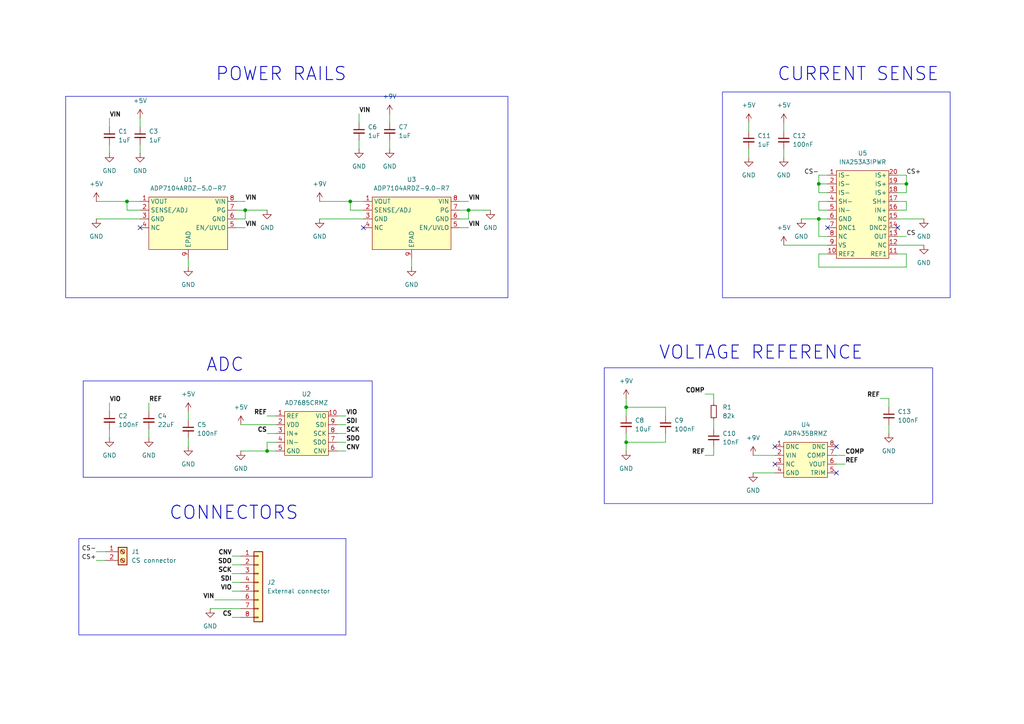
<source format=kicad_sch>
(kicad_sch (version 20231120) (generator "eeschema") (generator_version "8.0")
  (paper "A4")
  (lib_symbols
    (symbol "0_servo:AD7685CRMZ"
      (property "Reference" "U" (at -0.254 11.684 0))
      (property "Value" "AD7685CRMZ" (at 0 8.89 0))
      (symbol "AD7685CRMZ_1_1"
        (rectangle (start -6.35 6.35) (end 6.35 -6.35) (fill (type background)))
        (pin input line (at -8.89 5.08 0) (length 2.54) (name "REF") (number "1"))
        (pin power_in line (at 8.89 5.08 180) (length 2.54) (name "VIO") (number "10"))
        (pin power_in line (at -8.89 2.54 0) (length 2.54) (name "VDD") (number "2"))
        (pin input line (at -8.89 0 0) (length 2.54) (name "IN+") (number "3"))
        (pin input line (at -8.89 -2.54 0) (length 2.54) (name "IN-") (number "4"))
        (pin power_in line (at -8.89 -5.08 0) (length 2.54) (name "GND") (number "5"))
        (pin input line (at 8.89 -5.08 180) (length 2.54) (name "CNV") (number "6"))
        (pin output line (at 8.89 -2.54 180) (length 2.54) (name "SDO") (number "7"))
        (pin input line (at 8.89 0 180) (length 2.54) (name "SCK") (number "8"))
        (pin input line (at 8.89 2.54 180) (length 2.54) (name "SDI") (number "9"))
      )
    )
    (symbol "0_servo:ADP7104ARDZ-5.0-R7"
      (property "Reference" "U" (at 0 13.462 0))
      (property "Value" "ADP7104ARDZ-5.0-R7" (at -0.508 10.922 0))
      (symbol "ADP7104ARDZ-5.0-R7_1_1"
        (rectangle (start -11.43 5.08) (end 11.43 -10.16) (fill (type background)))
        (pin power_out line (at -13.97 3.81 0) (length 2.54) (name "VOUT") (number "1"))
        (pin input line (at -13.97 1.27 0) (length 2.54) (name "SENSE/ADJ") (number "2"))
        (pin power_in line (at -13.97 -1.27 0) (length 2.54) (name "GND") (number "3"))
        (pin input line (at -13.97 -3.81 0) (length 2.54) (name "NC") (number "4"))
        (pin input line (at 13.97 -3.81 180) (length 2.54) (name "EN/UVLO") (number "5"))
        (pin power_in line (at 13.97 -1.27 180) (length 2.54) (name "GND") (number "6"))
        (pin output line (at 13.97 1.27 180) (length 2.54) (name "PG") (number "7"))
        (pin power_in line (at 13.97 3.81 180) (length 2.54) (name "VIN") (number "8"))
        (pin power_in line (at 0 -12.7 90) (length 2.54) (name "EPAD") (number "9"))
      )
    )
    (symbol "0_servo:ADP7104ARDZ-9.0-R7"
      (property "Reference" "U" (at 0 17.526 0))
      (property "Value" "ADP7104ARDZ-9.0-R7" (at 0 14.732 0))
      (symbol "ADP7104ARDZ-9.0-R7_1_1"
        (rectangle (start -11.43 6.35) (end 11.43 -8.89) (fill (type background)))
        (pin power_out line (at -13.97 5.08 0) (length 2.54) (name "VOUT") (number "1"))
        (pin input line (at -13.97 2.54 0) (length 2.54) (name "SENSE/ADJ") (number "2"))
        (pin power_in line (at -13.97 0 0) (length 2.54) (name "GND") (number "3"))
        (pin input line (at -13.97 -2.54 0) (length 2.54) (name "NC") (number "4"))
        (pin input line (at 13.97 -2.54 180) (length 2.54) (name "EN/UVLO") (number "5"))
        (pin power_in line (at 13.97 0 180) (length 2.54) (name "GND") (number "6"))
        (pin output line (at 13.97 2.54 180) (length 2.54) (name "PG") (number "7"))
        (pin power_in line (at 13.97 5.08 180) (length 2.54) (name "VIN") (number "8"))
        (pin power_in line (at 0 -11.43 90) (length 2.54) (name "EPAD") (number "9"))
      )
    )
    (symbol "0_servo:ADR435BRMZ"
      (property "Reference" "U" (at 0 10.16 0))
      (property "Value" "ADR435BRMZ" (at 0 7.62 0))
      (symbol "ADR435BRMZ_1_1"
        (rectangle (start -6.35 5.08) (end 6.35 -5.08) (fill (type background)))
        (pin input line (at -8.89 3.81 0) (length 2.54) (name "DNC") (number "1"))
        (pin power_in line (at -8.89 1.27 0) (length 2.54) (name "VIN") (number "2"))
        (pin input line (at -8.89 -1.27 0) (length 2.54) (name "NC") (number "3"))
        (pin power_in line (at -8.89 -3.81 0) (length 2.54) (name "GND") (number "4"))
        (pin input line (at 8.89 -3.81 180) (length 2.54) (name "TRIM") (number "5"))
        (pin output line (at 8.89 -1.27 180) (length 2.54) (name "VOUT") (number "6"))
        (pin input line (at 8.89 1.27 180) (length 2.54) (name "COMP") (number "7"))
        (pin input line (at 8.89 3.81 180) (length 2.54) (name "DNC") (number "8"))
      )
    )
    (symbol "0_servo:INA253A3IPWR"
      (property "Reference" "U" (at 0 17.78 0))
      (property "Value" "INA253A3IPWR" (at 0 14.986 0))
      (symbol "INA253A3IPWR_1_1"
        (rectangle (start -7.62 12.7) (end 7.62 -12.7) (fill (type background)))
        (pin input line (at -10.16 11.43 0) (length 2.54) (name "IS-") (number "1"))
        (pin input line (at -10.16 -11.43 0) (length 2.54) (name "REF2") (number "10"))
        (pin input line (at 10.16 -11.43 180) (length 2.54) (name "REF1") (number "11"))
        (pin input line (at 10.16 -8.89 180) (length 2.54) (name "NC") (number "12"))
        (pin output line (at 10.16 -6.35 180) (length 2.54) (name "OUT") (number "13"))
        (pin input line (at 10.16 -3.81 180) (length 2.54) (name "DNC2") (number "14"))
        (pin input line (at 10.16 -1.27 180) (length 2.54) (name "NC") (number "15"))
        (pin input line (at 10.16 1.27 180) (length 2.54) (name "IN+") (number "16"))
        (pin output line (at 10.16 3.81 180) (length 2.54) (name "SH+") (number "17"))
        (pin input line (at 10.16 6.35 180) (length 2.54) (name "IS+") (number "18"))
        (pin input line (at 10.16 8.89 180) (length 2.54) (name "IS+") (number "19"))
        (pin input line (at -10.16 8.89 0) (length 2.54) (name "IS-") (number "2"))
        (pin input line (at 10.16 11.43 180) (length 2.54) (name "IS+") (number "20"))
        (pin input line (at -10.16 6.35 0) (length 2.54) (name "IS-") (number "3"))
        (pin output line (at -10.16 3.81 0) (length 2.54) (name "SH-") (number "4"))
        (pin input line (at -10.16 1.27 0) (length 2.54) (name "IN-") (number "5"))
        (pin power_in line (at -10.16 -1.27 0) (length 2.54) (name "GND") (number "6"))
        (pin input line (at -10.16 -3.81 0) (length 2.54) (name "DNC1") (number "7"))
        (pin input line (at -10.16 -6.35 0) (length 2.54) (name "NC") (number "8"))
        (pin power_in line (at -10.16 -8.89 0) (length 2.54) (name "VS") (number "9"))
      )
    )
    (symbol "Connector:Screw_Terminal_01x02" (pin_names (offset 1.016) hide)
      (property "Reference" "J" (at 0 2.54 0))
      (property "Value" "Screw_Terminal_01x02" (at 0 -5.08 0))
      (symbol "Screw_Terminal_01x02_1_1"
        (rectangle (start -1.27 1.27) (end 1.27 -3.81) (stroke (width 0.254)) (fill (type background)))
        (circle (center 0 -2.54) (radius 0.635) (stroke (width 0.1524)))
        (polyline (pts (xy -0.5334 -2.2098) (xy 0.3302 -3.048)) (stroke (width 0.1524)))
        (polyline (pts (xy -0.5334 0.3302) (xy 0.3302 -0.508)) (stroke (width 0.1524)))
        (polyline (pts (xy -0.3556 -2.032) (xy 0.508 -2.8702)) (stroke (width 0.1524)))
        (polyline (pts (xy -0.3556 0.508) (xy 0.508 -0.3302)) (stroke (width 0.1524)))
        (circle (center 0 0) (radius 0.635) (stroke (width 0.1524)))
        (pin passive line (at -5.08 0 0) (length 3.81) (name "Pin_1") (number "1"))
        (pin passive line (at -5.08 -2.54 0) (length 3.81) (name "Pin_2") (number "2"))
      )
    )
    (symbol "Connector_Generic:Conn_01x08" (pin_names (offset 1.016) hide)
      (property "Reference" "J" (at 0 10.16 0))
      (property "Value" "Conn_01x08" (at 0 -12.7 0))
      (symbol "Conn_01x08_1_1"
        (rectangle (start -1.27 -10.033) (end 0 -10.287) (stroke (width 0.1524)))
        (rectangle (start -1.27 -7.493) (end 0 -7.747) (stroke (width 0.1524)))
        (rectangle (start -1.27 -4.953) (end 0 -5.207) (stroke (width 0.1524)))
        (rectangle (start -1.27 -2.413) (end 0 -2.667) (stroke (width 0.1524)))
        (rectangle (start -1.27 0.127) (end 0 -0.127) (stroke (width 0.1524)))
        (rectangle (start -1.27 2.667) (end 0 2.413) (stroke (width 0.1524)))
        (rectangle (start -1.27 5.207) (end 0 4.953) (stroke (width 0.1524)))
        (rectangle (start -1.27 7.747) (end 0 7.493) (stroke (width 0.1524)))
        (rectangle (start -1.27 8.89) (end 1.27 -11.43) (stroke (width 0.254)) (fill (type background)))
        (pin passive line (at -5.08 7.62 0) (length 3.81) (name "Pin_1") (number "1"))
        (pin passive line (at -5.08 5.08 0) (length 3.81) (name "Pin_2") (number "2"))
        (pin passive line (at -5.08 2.54 0) (length 3.81) (name "Pin_3") (number "3"))
        (pin passive line (at -5.08 0 0) (length 3.81) (name "Pin_4") (number "4"))
        (pin passive line (at -5.08 -2.54 0) (length 3.81) (name "Pin_5") (number "5"))
        (pin passive line (at -5.08 -5.08 0) (length 3.81) (name "Pin_6") (number "6"))
        (pin passive line (at -5.08 -7.62 0) (length 3.81) (name "Pin_7") (number "7"))
        (pin passive line (at -5.08 -10.16 0) (length 3.81) (name "Pin_8") (number "8"))
      )
    )
    (symbol "Device:C_Small" (pin_numbers hide) (pin_names (offset 0.254) hide)
      (property "Reference" "C" (at 0.254 1.778 0))
      (property "Value" "C_Small" (at 0.254 -2.032 0))
      (symbol "C_Small_0_1"
        (polyline (pts (xy -1.524 -0.508) (xy 1.524 -0.508)) (stroke (width 0.3302)))
        (polyline (pts (xy -1.524 0.508) (xy 1.524 0.508)) (stroke (width 0.3048)))
      )
      (symbol "C_Small_1_1"
        (pin passive line (at 0 2.54 270) (length 2.032) (name "~") (number "1"))
        (pin passive line (at 0 -2.54 90) (length 2.032) (name "~") (number "2"))
      )
    )
    (symbol "Device:R_Small" (pin_numbers hide) (pin_names (offset 0.254) hide)
      (property "Reference" "R" (at 0.762 0.508 0))
      (property "Value" "R_Small" (at 0.762 -1.016 0))
      (symbol "R_Small_0_1"
        (rectangle (start -0.762 1.778) (end 0.762 -1.778) (stroke (width 0.2032)))
      )
      (symbol "R_Small_1_1"
        (pin passive line (at 0 2.54 270) (length 0.762) (name "~") (number "1"))
        (pin passive line (at 0 -2.54 90) (length 0.762) (name "~") (number "2"))
      )
    )
    (symbol "power:+5V" (power) (pin_numbers hide) (pin_names (offset 0) hide)
      (property "Value" "+5V" (at 0 3.556 0))
      (symbol "+5V_0_1"
        (polyline (pts (xy -0.762 1.27) (xy 0 2.54)))
        (polyline (pts (xy 0 0) (xy 0 2.54)))
        (polyline (pts (xy 0 2.54) (xy 0.762 1.27)))
      )
      (symbol "+5V_1_1"
        (pin power_in line (at 0 0 90) (length 0) (name "~") (number "1"))
      )
    )
    (symbol "power:+9V" (power) (pin_numbers hide) (pin_names (offset 0) hide)
      (property "Value" "+9V" (at 0 3.556 0))
      (symbol "+9V_0_1"
        (polyline (pts (xy -0.762 1.27) (xy 0 2.54)))
        (polyline (pts (xy 0 0) (xy 0 2.54)))
        (polyline (pts (xy 0 2.54) (xy 0.762 1.27)))
      )
      (symbol "+9V_1_1"
        (pin power_in line (at 0 0 90) (length 0) (name "~") (number "1"))
      )
    )
    (symbol "power:GND" (power) (pin_numbers hide) (pin_names (offset 0) hide)
      (property "Value" "GND" (at 0 -3.81 0))
      (symbol "GND_0_1"
        (polyline (pts (xy 0 0) (xy 0 -1.27) (xy 1.27 -1.27) (xy 0 -2.54) (xy -1.27 -1.27) (xy 0 -1.27)))
      )
      (symbol "GND_1_1"
        (pin power_in line (at 0 0 270) (length 0) (name "~") (number "1"))
      )
    )
  )
  (junction (at 71.12 60.96))
  (junction (at 77.47 130.81))
  (junction (at 262.89 53.34))
  (junction (at 237.49 53.34))
  (junction (at 181.61 128.27))
  (junction (at 101.6 58.42))
  (junction (at 237.49 63.5))
  (junction (at 135.89 60.96))
  (junction (at 36.83 58.42))
  (junction (at 181.61 118.11))
  (no_connect (at 260.35 66.04))
  (no_connect (at 240.03 66.04))
  (no_connect (at 40.64 66.04))
  (no_connect (at 105.41 66.04))
  (no_connect (at 242.57 137.16))
  (no_connect (at 224.79 134.62))
  (no_connect (at 224.79 129.54))
  (no_connect (at 242.57 129.54))
  (wire (pts (xy 113.03 40.64) (xy 113.03 43.18)))
  (wire (pts (xy 237.49 63.5) (xy 240.03 63.5)))
  (wire (pts (xy 77.47 128.27) (xy 77.47 130.81)))
  (wire (pts (xy 227.33 43.18) (xy 227.33 45.72)))
  (wire (pts (xy 181.61 115.57) (xy 181.61 118.11)))
  (wire (pts (xy 60.96 176.53) (xy 69.85 176.53)))
  (wire (pts (xy 43.18 124.46) (xy 43.18 127)))
  (wire (pts (xy 69.85 130.81) (xy 77.47 130.81)))
  (wire (pts (xy 257.81 115.57) (xy 257.81 118.11)))
  (wire (pts (xy 181.61 125.73) (xy 181.61 128.27)))
  (wire (pts (xy 237.49 60.96) (xy 240.03 60.96)))
  (wire (pts (xy 43.18 116.84) (xy 43.18 119.38)))
  (wire (pts (xy 135.89 60.96) (xy 142.24 60.96)))
  (wire (pts (xy 181.61 128.27) (xy 181.61 130.81)))
  (wire (pts (xy 104.14 33.02) (xy 104.14 35.56)))
  (wire (pts (xy 193.04 120.65) (xy 193.04 118.11)))
  (wire (pts (xy 113.03 33.02) (xy 113.03 35.56)))
  (wire (pts (xy 67.31 163.83) (xy 69.85 163.83)))
  (wire (pts (xy 101.6 58.42) (xy 105.41 58.42)))
  (wire (pts (xy 218.44 132.08) (xy 224.79 132.08)))
  (wire (pts (xy 101.6 60.96) (xy 101.6 58.42)))
  (wire (pts (xy 207.01 121.92) (xy 207.01 124.46)))
  (wire (pts (xy 207.01 129.54) (xy 207.01 132.08)))
  (wire (pts (xy 133.35 60.96) (xy 135.89 60.96)))
  (wire (pts (xy 92.71 63.5) (xy 105.41 63.5)))
  (wire (pts (xy 71.12 60.96) (xy 77.47 60.96)))
  (wire (pts (xy 71.12 63.5) (xy 71.12 60.96)))
  (wire (pts (xy 237.49 55.88) (xy 237.49 53.34)))
  (wire (pts (xy 97.79 128.27) (xy 100.33 128.27)))
  (wire (pts (xy 207.01 114.3) (xy 207.01 116.84)))
  (wire (pts (xy 97.79 123.19) (xy 100.33 123.19)))
  (wire (pts (xy 77.47 130.81) (xy 80.01 130.81)))
  (wire (pts (xy 101.6 60.96) (xy 105.41 60.96)))
  (wire (pts (xy 237.49 73.66) (xy 237.49 77.47)))
  (wire (pts (xy 260.35 55.88) (xy 262.89 55.88)))
  (wire (pts (xy 237.49 50.8) (xy 237.49 53.34)))
  (wire (pts (xy 77.47 120.65) (xy 80.01 120.65)))
  (wire (pts (xy 193.04 125.73) (xy 193.04 128.27)))
  (wire (pts (xy 240.03 55.88) (xy 237.49 55.88)))
  (wire (pts (xy 242.57 132.08) (xy 245.11 132.08)))
  (wire (pts (xy 260.35 50.8) (xy 262.89 50.8)))
  (wire (pts (xy 68.58 58.42) (xy 71.12 58.42)))
  (wire (pts (xy 54.61 74.93) (xy 54.61 77.47)))
  (wire (pts (xy 217.17 35.56) (xy 217.17 38.1)))
  (wire (pts (xy 262.89 73.66) (xy 260.35 73.66)))
  (wire (pts (xy 62.23 173.99) (xy 69.85 173.99)))
  (wire (pts (xy 67.31 179.07) (xy 69.85 179.07)))
  (wire (pts (xy 260.35 71.12) (xy 267.97 71.12)))
  (wire (pts (xy 217.17 43.18) (xy 217.17 45.72)))
  (wire (pts (xy 97.79 125.73) (xy 100.33 125.73)))
  (wire (pts (xy 133.35 66.04) (xy 135.89 66.04)))
  (wire (pts (xy 262.89 53.34) (xy 262.89 50.8)))
  (wire (pts (xy 77.47 125.73) (xy 80.01 125.73)))
  (wire (pts (xy 232.41 63.5) (xy 237.49 63.5)))
  (wire (pts (xy 68.58 66.04) (xy 71.12 66.04)))
  (wire (pts (xy 193.04 118.11) (xy 181.61 118.11)))
  (wire (pts (xy 227.33 71.12) (xy 240.03 71.12)))
  (wire (pts (xy 104.14 40.64) (xy 104.14 43.18)))
  (wire (pts (xy 69.85 123.19) (xy 80.01 123.19)))
  (wire (pts (xy 262.89 77.47) (xy 262.89 73.66)))
  (wire (pts (xy 237.49 58.42) (xy 237.49 60.96)))
  (wire (pts (xy 257.81 123.19) (xy 257.81 125.73)))
  (wire (pts (xy 237.49 68.58) (xy 237.49 63.5)))
  (wire (pts (xy 204.47 114.3) (xy 207.01 114.3)))
  (wire (pts (xy 30.48 162.56) (xy 27.94 162.56)))
  (wire (pts (xy 40.64 34.29) (xy 40.64 36.83)))
  (wire (pts (xy 67.31 161.29) (xy 69.85 161.29)))
  (wire (pts (xy 40.64 41.91) (xy 40.64 44.45)))
  (wire (pts (xy 97.79 120.65) (xy 100.33 120.65)))
  (wire (pts (xy 97.79 130.81) (xy 100.33 130.81)))
  (wire (pts (xy 135.89 63.5) (xy 135.89 60.96)))
  (wire (pts (xy 36.83 58.42) (xy 40.64 58.42)))
  (wire (pts (xy 31.75 124.46) (xy 31.75 127)))
  (wire (pts (xy 255.27 115.57) (xy 257.81 115.57)))
  (wire (pts (xy 54.61 127) (xy 54.61 129.54)))
  (wire (pts (xy 240.03 73.66) (xy 237.49 73.66)))
  (wire (pts (xy 242.57 134.62) (xy 245.11 134.62)))
  (wire (pts (xy 31.75 41.91) (xy 31.75 44.45)))
  (wire (pts (xy 181.61 128.27) (xy 193.04 128.27)))
  (wire (pts (xy 31.75 116.84) (xy 31.75 119.38)))
  (wire (pts (xy 260.35 58.42) (xy 262.89 58.42)))
  (wire (pts (xy 68.58 63.5) (xy 71.12 63.5)))
  (wire (pts (xy 204.47 132.08) (xy 207.01 132.08)))
  (wire (pts (xy 133.35 58.42) (xy 135.89 58.42)))
  (wire (pts (xy 119.38 74.93) (xy 119.38 77.47)))
  (wire (pts (xy 36.83 60.96) (xy 40.64 60.96)))
  (wire (pts (xy 27.94 63.5) (xy 40.64 63.5)))
  (wire (pts (xy 227.33 35.56) (xy 227.33 38.1)))
  (wire (pts (xy 67.31 168.91) (xy 69.85 168.91)))
  (wire (pts (xy 260.35 68.58) (xy 262.89 68.58)))
  (wire (pts (xy 67.31 166.37) (xy 69.85 166.37)))
  (wire (pts (xy 240.03 68.58) (xy 237.49 68.58)))
  (wire (pts (xy 54.61 119.38) (xy 54.61 121.92)))
  (wire (pts (xy 133.35 63.5) (xy 135.89 63.5)))
  (wire (pts (xy 260.35 60.96) (xy 262.89 60.96)))
  (wire (pts (xy 218.44 137.16) (xy 224.79 137.16)))
  (wire (pts (xy 262.89 55.88) (xy 262.89 53.34)))
  (wire (pts (xy 27.94 160.02) (xy 30.48 160.02)))
  (wire (pts (xy 262.89 58.42) (xy 262.89 60.96)))
  (wire (pts (xy 36.83 60.96) (xy 36.83 58.42)))
  (wire (pts (xy 260.35 63.5) (xy 267.97 63.5)))
  (wire (pts (xy 260.35 53.34) (xy 262.89 53.34)))
  (wire (pts (xy 31.75 34.29) (xy 31.75 36.83)))
  (wire (pts (xy 240.03 58.42) (xy 237.49 58.42)))
  (wire (pts (xy 237.49 77.47) (xy 262.89 77.47)))
  (wire (pts (xy 237.49 53.34) (xy 240.03 53.34)))
  (wire (pts (xy 68.58 60.96) (xy 71.12 60.96)))
  (wire (pts (xy 181.61 118.11) (xy 181.61 120.65)))
  (wire (pts (xy 67.31 171.45) (xy 69.85 171.45)))
  (wire (pts (xy 80.01 128.27) (xy 77.47 128.27)))
  (wire (pts (xy 27.94 58.42) (xy 36.83 58.42)))
  (wire (pts (xy 92.71 58.42) (xy 101.6 58.42)))
  (wire (pts (xy 237.49 50.8) (xy 240.03 50.8)))
  (rectangle (start 209.55 26.67) (end 275.59 86.36))
  (rectangle (start 22.86 156.21) (end 100.33 184.15))
  (rectangle (start 24.13 110.49) (end 107.95 138.43))
  (rectangle (start 19.05 27.94) (end 147.32 86.36))
  (rectangle (start 175.26 106.68) (end 270.51 146.05))
  (text "CURRENT SENSE" (at 248.92 21.59 0) (effects (font (size 3.81 3.81) (thickness 0.254) (bold yes))))
  (text "POWER RAILS" (at 81.534 21.59 0) (effects (font (size 3.81 3.81) (thickness 0.254) (bold yes))))
  (text "CONNECTORS" (at 67.818 148.844 0) (effects (font (size 3.81 3.81) (thickness 0.254) (bold yes))))
  (text "ADC" (at 65.278 105.918 0) (effects (font (size 3.81 3.81) (thickness 0.254) (bold yes))))
  (text "VOLTAGE REFERENCE" (at 220.726 102.362 0) (effects (font (size 3.81 3.81) (thickness 0.254) (bold yes))))
  (label "SCK" (at 67.31 166.37 180) (effects (font (thickness 0.254) (bold yes))))
  (label "REF" (at 245.11 134.62 0) (effects (font (thickness 0.254) (bold yes))))
  (label "CS" (at 67.31 179.07 180) (effects (font (thickness 0.254) (bold yes))))
  (label "CS" (at 262.89 68.58 0))
  (label "VIN" (at 62.23 173.99 180) (effects (font (thickness 0.254) (bold yes))))
  (label "CNV" (at 100.33 130.81 0) (effects (font (thickness 0.254) (bold yes))))
  (label "SDO" (at 100.33 128.27 0) (effects (font (thickness 0.254) (bold yes))))
  (label "VIN" (at 104.14 33.02 0) (effects (font (thickness 0.254) (bold yes))))
  (label "VIO" (at 67.31 171.45 180) (effects (font (thickness 0.254) (bold yes))))
  (label "COMP" (at 204.47 114.3 180) (effects (font (thickness 0.254) (bold yes))))
  (label "CS" (at 77.47 125.73 180) (effects (font (thickness 0.254) (bold yes))))
  (label "REF" (at 255.27 115.57 180) (effects (font (thickness 0.254) (bold yes))))
  (label "REF" (at 204.47 132.08 180) (effects (font (thickness 0.254) (bold yes))))
  (label "VIN" (at 135.89 58.42 0) (effects (font (thickness 0.254) (bold yes))))
  (label "REF" (at 77.47 120.65 180) (effects (font (thickness 0.254) (bold yes))))
  (label "CS+" (at 262.89 50.8 0))
  (label "REF" (at 43.18 116.84 0) (effects (font (thickness 0.254) (bold yes))))
  (label "SCK" (at 100.33 125.73 0) (effects (font (thickness 0.254) (bold yes))))
  (label "VIN" (at 31.75 34.29 0) (effects (font (thickness 0.254) (bold yes))))
  (label "VIO" (at 100.33 120.65 0) (effects (font (thickness 0.254) (bold yes))))
  (label "VIN" (at 71.12 66.04 0) (effects (font (thickness 0.254) (bold yes))))
  (label "CS-" (at 237.49 50.8 180))
  (label "SDI" (at 100.33 123.19 0) (effects (font (thickness 0.254) (bold yes))))
  (label "CS-" (at 27.94 160.02 180))
  (label "VIN" (at 71.12 58.42 0) (effects (font (thickness 0.254) (bold yes))))
  (label "CS+" (at 27.94 162.56 180))
  (label "SDI" (at 67.31 168.91 180) (effects (font (thickness 0.254) (bold yes))))
  (label "SDO" (at 67.31 163.83 180) (effects (font (thickness 0.254) (bold yes))))
  (label "CNV" (at 67.31 161.29 180) (effects (font (thickness 0.254) (bold yes))))
  (label "COMP" (at 245.11 132.08 0) (effects (font (thickness 0.254) (bold yes))))
  (label "VIN" (at 135.89 66.04 0) (effects (font (thickness 0.254) (bold yes))))
  (label "VIO" (at 31.75 116.84 0) (effects (font (thickness 0.254) (bold yes))))
  (symbol (lib_id "Device:C_Small") (at 31.75 39.37 0) (unit 1)
    (property "Reference" "C1" (at 34.29 38.1062 0) (effects (justify left)))
    (property "Value" "1uF" (at 34.29 40.6462 0) (effects (justify left)))
    (property "Footprint" "Capacitor_SMD:C_1206_3216Metric_Pad1.33x1.80mm_HandSolder" (effects (hide yes)))
    (property "Datasheet" "https://eu.mouser.com/datasheet/2/281/1/GCM31MR71H105JA55_01A-3146123.pdf" (effects (hide yes)))
    (property "Description" "Murata 1206 1uF 5% 50V X7R" (effects (hide yes)))
  )
  (symbol (lib_id "power:GND") (at 104.14 43.18 0) (unit 1)
    (property "Reference" "#PWR017" (effects (hide yes)))
    (property "Value" "GND" (at 104.14 48.26 0))
    (property "Description" "Power symbol creates a global label with name \"GND\" , ground" (effects (hide yes)))
  )
  (symbol (lib_id "Connector:Screw_Terminal_01x02") (at 35.56 160.02 0) (unit 1)
    (property "Reference" "J1" (at 38.1 160.0199 0) (effects (justify left)))
    (property "Value" "CS connector" (at 38.1 162.5599 0) (effects (justify left)))
    (property "Footprint" "Connector_PinHeader_2.54mm:PinHeader_1x02_P2.54mm_Vertical" (effects (hide yes)))
    (property "Description" "Generic screw terminal, single row, 01x02, script generated (kicad-library-utils/schlib/autogen/connector/)" (effects (hide yes)))
  )
  (symbol (lib_id "0_servo:INA253A3IPWR") (at 250.19 62.23 0) (unit 1)
    (property "Reference" "U5" (at 250.19 44.45 0))
    (property "Value" "INA253A3IPWR" (at 250.19 46.99 0))
    (property "Footprint" "Package_SO:TSSOP-20_4.4x6.5mm_P0.65mm" (effects (hide yes)))
    (property "Datasheet" "https://www.ti.com/lit/ds/symlink/ina253.pdf?ts=1737241501672&ref_url=https%253A%252F%252Fwww.ti.com%252Fproduct%252FINA253" (effects (hide yes)))
    (property "Description" "Current sense amplifier" (effects (hide yes)))
  )
  (symbol (lib_id "power:+5V") (at 40.64 34.29 0) (unit 1)
    (property "Reference" "#PWR05" (effects (hide yes)))
    (property "Value" "+5V" (at 40.64 29.21 0))
    (property "Description" "Power symbol creates a global label with name \"+5V\"" (effects (hide yes)))
  )
  (symbol (lib_id "Device:C_Small") (at 104.14 38.1 0) (unit 1)
    (property "Reference" "C6" (at 106.68 36.8362 0) (effects (justify left)))
    (property "Value" "1uF" (at 106.68 39.3762 0) (effects (justify left)))
    (property "Footprint" "Capacitor_SMD:C_1206_3216Metric_Pad1.33x1.80mm_HandSolder" (effects (hide yes)))
    (property "Datasheet" "https://eu.mouser.com/datasheet/2/281/1/GCM31MR71H105JA55_01A-3146123.pdf" (effects (hide yes)))
    (property "Description" "Murata 1206 1uF 5% 50V X7R" (effects (hide yes)))
  )
  (symbol (lib_id "Device:C_Small") (at 257.81 120.65 0) (unit 1)
    (property "Reference" "C13" (at 260.35 119.3862 0) (effects (justify left)))
    (property "Value" "100nF" (at 260.35 121.9262 0) (effects (justify left)))
    (property "Footprint" "Capacitor_SMD:C_0805_2012Metric_Pad1.18x1.45mm_HandSolder" (effects (hide yes)))
    (property "Datasheet" "https://eu.mouser.com/datasheet/2/281/1/GCM21BR71E104JA37_01A-3145563.pdf" (effects (hide yes)))
    (property "Description" "Murata 0805 100nF 5% 25V X7R" (effects (hide yes)))
  )
  (symbol (lib_id "Device:C_Small") (at 40.64 39.37 0) (unit 1)
    (property "Reference" "C3" (at 43.18 38.1062 0) (effects (justify left)))
    (property "Value" "1uF" (at 43.18 40.6462 0) (effects (justify left)))
    (property "Footprint" "Capacitor_SMD:C_1206_3216Metric_Pad1.33x1.80mm_HandSolder" (effects (hide yes)))
    (property "Datasheet" "https://eu.mouser.com/datasheet/2/281/1/GCM31MR71H105JA55_01A-3146123.pdf" (effects (hide yes)))
    (property "Description" "Murata 1206 1uF 5% 50V X7R" (effects (hide yes)))
  )
  (symbol (lib_id "power:GND") (at 181.61 130.81 0) (unit 1)
    (property "Reference" "#PWR023" (effects (hide yes)))
    (property "Value" "GND" (at 181.61 135.89 0))
    (property "Description" "Power symbol creates a global label with name \"GND\" , ground" (effects (hide yes)))
  )
  (symbol (lib_id "power:GND") (at 77.47 60.96 0) (unit 1)
    (property "Reference" "#PWR014" (effects (hide yes)))
    (property "Value" "GND" (at 77.47 66.04 0))
    (property "Description" "Power symbol creates a global label with name \"GND\" , ground" (effects (hide yes)))
  )
  (symbol (lib_id "0_servo:AD7685CRMZ") (at 88.9 125.73 0) (unit 1)
    (property "Reference" "U2" (at 88.9 114.3 0))
    (property "Value" "AD7685CRMZ" (at 88.9 116.84 0))
    (property "Footprint" "Package_SO:MSOP-10_3x3mm_P0.5mm" (effects (hide yes)))
    (property "Datasheet" "https://www.analog.com/media/en/technical-documentation/data-sheets/AD7685.pdf" (effects (hide yes)))
    (property "Description" "16 bit single channel single ended ADC" (effects (hide yes)))
  )
  (symbol (lib_id "power:GND") (at 217.17 45.72 0) (unit 1)
    (property "Reference" "#PWR025" (effects (hide yes)))
    (property "Value" "GND" (at 217.17 50.8 0))
    (property "Description" "Power symbol creates a global label with name \"GND\" , ground" (effects (hide yes)))
  )
  (symbol (lib_id "power:GND") (at 267.97 71.12 0) (unit 1)
    (property "Reference" "#PWR034" (effects (hide yes)))
    (property "Value" "GND" (at 267.97 76.2 0))
    (property "Description" "Power symbol creates a global label with name \"GND\" , ground" (effects (hide yes)))
  )
  (symbol (lib_id "power:GND") (at 69.85 130.81 0) (unit 1)
    (property "Reference" "#PWR013" (effects (hide yes)))
    (property "Value" "GND" (at 69.85 135.89 0))
    (property "Description" "Power symbol creates a global label with name \"GND\" , ground" (effects (hide yes)))
  )
  (symbol (lib_id "power:GND") (at 92.71 63.5 0) (unit 1)
    (property "Reference" "#PWR016" (effects (hide yes)))
    (property "Value" "GND" (at 92.71 68.58 0))
    (property "Description" "Power symbol creates a global label with name \"GND\" , ground" (effects (hide yes)))
  )
  (symbol (lib_id "Device:C_Small") (at 193.04 123.19 0) (unit 1)
    (property "Reference" "C9" (at 195.58 121.9262 0) (effects (justify left)))
    (property "Value" "100nF" (at 195.58 124.4662 0) (effects (justify left)))
    (property "Footprint" "Capacitor_SMD:C_0805_2012Metric_Pad1.18x1.45mm_HandSolder" (effects (hide yes)))
    (property "Datasheet" "https://eu.mouser.com/datasheet/2/281/1/GCM21BR71E104JA37_01A-3145563.pdf" (effects (hide yes)))
    (property "Description" "Murata 0805 100nF 5% 25V X7R" (effects (hide yes)))
  )
  (symbol (lib_id "Device:C_Small") (at 31.75 121.92 0) (unit 1)
    (property "Reference" "C2" (at 34.29 120.6562 0) (effects (justify left)))
    (property "Value" "100nF" (at 34.29 123.1962 0) (effects (justify left)))
    (property "Footprint" "Capacitor_SMD:C_0805_2012Metric_Pad1.18x1.45mm_HandSolder" (effects (hide yes)))
    (property "Datasheet" "https://eu.mouser.com/datasheet/2/281/1/GCM21BR71E104JA37_01A-3145563.pdf" (effects (hide yes)))
    (property "Description" "Murata 0805 100nF 5% 25V X7R" (effects (hide yes)))
  )
  (symbol (lib_id "power:GND") (at 60.96 176.53 0) (unit 1)
    (property "Reference" "#PWR011" (effects (hide yes)))
    (property "Value" "GND" (at 60.96 181.61 0))
    (property "Description" "Power symbol creates a global label with name \"GND\" , ground" (effects (hide yes)))
  )
  (symbol (lib_id "Device:R_Small") (at 207.01 119.38 0) (unit 1)
    (property "Reference" "R1" (at 209.55 118.1099 0) (effects (justify left)))
    (property "Value" "82k" (at 209.55 120.6499 0) (effects (justify left)))
    (property "Footprint" "Resistor_SMD:R_0805_2012Metric_Pad1.20x1.40mm_HandSolder" (effects (hide yes)))
    (property "Datasheet" "https://industrial.panasonic.com/cdbs/www-data/pdf/RDM0000/AOA0000C307.pdf" (effects (hide yes)))
    (property "Description" "Panasonic 0805 82Kohm 0.1% 15ppm" (effects (hide yes)))
  )
  (symbol (lib_id "power:GND") (at 40.64 44.45 0) (unit 1)
    (property "Reference" "#PWR06" (effects (hide yes)))
    (property "Value" "GND" (at 40.64 49.53 0))
    (property "Description" "Power symbol creates a global label with name \"GND\" , ground" (effects (hide yes)))
  )
  (symbol (lib_id "power:GND") (at 31.75 44.45 0) (unit 1)
    (property "Reference" "#PWR03" (effects (hide yes)))
    (property "Value" "GND" (at 31.75 49.53 0))
    (property "Description" "Power symbol creates a global label with name \"GND\" , ground" (effects (hide yes)))
  )
  (symbol (lib_id "power:+9V") (at 92.71 58.42 0) (unit 1)
    (property "Reference" "#PWR015" (effects (hide yes)))
    (property "Value" "+9V" (at 92.71 53.34 0))
    (property "Description" "Power symbol creates a global label with name \"+9V\"" (effects (hide yes)))
  )
  (symbol (lib_id "power:GND") (at 31.75 127 0) (unit 1)
    (property "Reference" "#PWR04" (effects (hide yes)))
    (property "Value" "GND" (at 31.75 132.08 0))
    (property "Description" "Power symbol creates a global label with name \"GND\" , ground" (effects (hide yes)))
  )
  (symbol (lib_id "power:GND") (at 54.61 129.54 0) (unit 1)
    (property "Reference" "#PWR010" (effects (hide yes)))
    (property "Value" "GND" (at 54.61 134.62 0))
    (property "Description" "Power symbol creates a global label with name \"GND\" , ground" (effects (hide yes)))
  )
  (symbol (lib_id "Device:C_Small") (at 217.17 40.64 0) (unit 1)
    (property "Reference" "C11" (at 219.71 39.3762 0) (effects (justify left)))
    (property "Value" "1uF" (at 219.71 41.9162 0) (effects (justify left)))
    (property "Footprint" "Capacitor_SMD:C_1206_3216Metric_Pad1.33x1.80mm_HandSolder" (effects (hide yes)))
    (property "Datasheet" "https://eu.mouser.com/datasheet/2/281/1/GCM31MR71H105JA55_01A-3146123.pdf" (effects (hide yes)))
    (property "Description" "Murata 1206 1uF 5% 50V X7R" (effects (hide yes)))
  )
  (symbol (lib_id "power:+5V") (at 54.61 119.38 0) (unit 1)
    (property "Reference" "#PWR09" (effects (hide yes)))
    (property "Value" "+5V" (at 54.61 114.3 0))
    (property "Description" "Power symbol creates a global label with name \"+5V\"" (effects (hide yes)))
  )
  (symbol (lib_id "power:+9V") (at 113.03 33.02 0) (unit 1)
    (property "Reference" "#PWR018" (effects (hide yes)))
    (property "Value" "+9V" (at 113.03 27.94 0))
    (property "Description" "Power symbol creates a global label with name \"+9V\"" (effects (hide yes)))
  )
  (symbol (lib_id "power:+5V") (at 227.33 35.56 0) (unit 1)
    (property "Reference" "#PWR028" (effects (hide yes)))
    (property "Value" "+5V" (at 227.33 30.48 0))
    (property "Description" "Power symbol creates a global label with name \"+5V\"" (effects (hide yes)))
  )
  (symbol (lib_id "Device:C_Small") (at 207.01 127 0) (unit 1)
    (property "Reference" "C10" (at 209.55 125.7362 0) (effects (justify left)))
    (property "Value" "10nF" (at 209.55 128.2762 0) (effects (justify left)))
    (property "Footprint" "Capacitor_SMD:C_0805_2012Metric_Pad1.18x1.45mm_HandSolder" (effects (hide yes)))
    (property "Datasheet" "https://eu.mouser.com/datasheet/2/281/1/GCM21B5G1H103FA16_01A-3145490.pdf" (effects (hide yes)))
    (property "Description" "Murata 0805 10nF 1% 50V X8G" (effects (hide yes)))
  )
  (symbol (lib_id "Device:C_Small") (at 227.33 40.64 0) (unit 1)
    (property "Reference" "C12" (at 229.87 39.3762 0) (effects (justify left)))
    (property "Value" "100nF" (at 229.87 41.9162 0) (effects (justify left)))
    (property "Footprint" "Capacitor_SMD:C_0805_2012Metric_Pad1.18x1.45mm_HandSolder" (effects (hide yes)))
    (property "Datasheet" "https://eu.mouser.com/datasheet/2/281/1/GCM21BR71E104JA37_01A-3145563.pdf" (effects (hide yes)))
    (property "Description" "Murata 0805 100nF 5% 25V X7R" (effects (hide yes)))
  )
  (symbol (lib_id "power:+9V") (at 181.61 115.57 0) (unit 1)
    (property "Reference" "#PWR022" (effects (hide yes)))
    (property "Value" "+9V" (at 181.61 110.49 0))
    (property "Description" "Power symbol creates a global label with name \"+9V\"" (effects (hide yes)))
  )
  (symbol (lib_id "0_servo:ADP7104ARDZ-9.0-R7") (at 119.38 63.5 0) (unit 1)
    (property "Reference" "U3" (at 119.38 52.07 0))
    (property "Value" "ADP7104ARDZ-9.0-R7" (at 119.38 54.61 0))
    (property "Footprint" "Package_SO:SOIC-8-1EP_3.9x4.9mm_P1.27mm_EP2.41x3.81mm" (effects (hide yes)))
    (property "Datasheet" "https://www.analog.com/media/en/technical-documentation/data-sheets/adp7104.pdf" (effects (hide yes)))
    (property "Description" "LDO fixed output (9V)" (effects (hide yes)))
  )
  (symbol (lib_id "power:GND") (at 142.24 60.96 0) (unit 1)
    (property "Reference" "#PWR021" (effects (hide yes)))
    (property "Value" "GND" (at 142.24 66.04 0))
    (property "Description" "Power symbol creates a global label with name \"GND\" , ground" (effects (hide yes)))
  )
  (symbol (lib_id "Device:C_Small") (at 43.18 121.92 0) (unit 1)
    (property "Reference" "C4" (at 45.72 120.6562 0) (effects (justify left)))
    (property "Value" "22uF" (at 45.72 123.1962 0) (effects (justify left)))
    (property "Footprint" "Capacitor_SMD:C_1206_3216Metric_Pad1.33x1.80mm_HandSolder" (effects (hide yes)))
    (property "Datasheet" "https://eu.mouser.com/datasheet/2/281/1/GRM319R61C226KE15_04A-1987266.pdf" (effects (hide yes)))
    (property "Description" "Murata 1206 22uF 10% 16V X5R" (effects (hide yes)))
  )
  (symbol (lib_id "power:GND") (at 113.03 43.18 0) (unit 1)
    (property "Reference" "#PWR019" (effects (hide yes)))
    (property "Value" "GND" (at 113.03 48.26 0))
    (property "Description" "Power symbol creates a global label with name \"GND\" , ground" (effects (hide yes)))
  )
  (symbol (lib_id "power:GND") (at 227.33 45.72 0) (unit 1)
    (property "Reference" "#PWR029" (effects (hide yes)))
    (property "Value" "GND" (at 227.33 50.8 0))
    (property "Description" "Power symbol creates a global label with name \"GND\" , ground" (effects (hide yes)))
  )
  (symbol (lib_id "Connector_Generic:Conn_01x08") (at 74.93 168.91 0) (unit 1)
    (property "Reference" "J2" (at 77.47 168.9099 0) (effects (justify left)))
    (property "Value" "External connector" (at 77.47 171.4499 0) (effects (justify left)))
    (property "Footprint" "Connector_PinHeader_2.54mm:PinHeader_1x08_P2.54mm_Vertical" (effects (hide yes)))
    (property "Description" "Generic connector, single row, 01x08, script generated (kicad-library-utils/schlib/autogen/connector/)" (effects (hide yes)))
  )
  (symbol (lib_id "power:GND") (at 232.41 63.5 0) (unit 1)
    (property "Reference" "#PWR031" (effects (hide yes)))
    (property "Value" "GND" (at 232.41 68.58 0))
    (property "Description" "Power symbol creates a global label with name \"GND\" , ground" (effects (hide yes)))
  )
  (symbol (lib_id "0_servo:ADP7104ARDZ-5.0-R7") (at 54.61 62.23 0) (unit 1)
    (property "Reference" "U1" (at 54.61 52.07 0))
    (property "Value" "ADP7104ARDZ-5.0-R7" (at 54.61 54.61 0))
    (property "Footprint" "Package_SO:SOIC-8-1EP_3.9x4.9mm_P1.27mm_EP2.41x3.81mm" (effects (hide yes)))
    (property "Datasheet" "https://www.analog.com/media/en/technical-documentation/data-sheets/adp7104.pdf" (effects (hide yes)))
    (property "Description" "LDO fixed output (5V)" (effects (hide yes)))
  )
  (symbol (lib_id "Device:C_Small") (at 181.61 123.19 0) (unit 1)
    (property "Reference" "C8" (at 184.15 121.9262 0) (effects (justify left)))
    (property "Value" "10uF" (at 184.15 124.4662 0) (effects (justify left)))
    (property "Footprint" "Capacitor_SMD:C_0805_2012Metric_Pad1.18x1.45mm_HandSolder" (effects (hide yes)))
    (property "Datasheet" "https://eu.mouser.com/datasheet/2/281/1/GRT21BR61E106KE13_01A-3158560.pdf" (effects (hide yes)))
    (property "Description" "Murata 0805 10uF 10% 25V X5R" (effects (hide yes)))
  )
  (symbol (lib_id "power:GND") (at 267.97 63.5 0) (unit 1)
    (property "Reference" "#PWR033" (effects (hide yes)))
    (property "Value" "GND" (at 267.97 68.58 0))
    (property "Description" "Power symbol creates a global label with name \"GND\" , ground" (effects (hide yes)))
  )
  (symbol (lib_id "Device:C_Small") (at 54.61 124.46 0) (unit 1)
    (property "Reference" "C5" (at 57.15 123.1962 0) (effects (justify left)))
    (property "Value" "100nF" (at 57.15 125.7362 0) (effects (justify left)))
    (property "Footprint" "Capacitor_SMD:C_0805_2012Metric_Pad1.18x1.45mm_HandSolder" (effects (hide yes)))
    (property "Datasheet" "https://eu.mouser.com/datasheet/2/281/1/GCM21BR71E104JA37_01A-3145563.pdf" (effects (hide yes)))
    (property "Description" "Murata 0805 100nF 5% 25V X7R" (effects (hide yes)))
  )
  (symbol (lib_id "power:GND") (at 257.81 125.73 0) (unit 1)
    (property "Reference" "#PWR032" (effects (hide yes)))
    (property "Value" "GND" (at 257.81 130.81 0))
    (property "Description" "Power symbol creates a global label with name \"GND\" , ground" (effects (hide yes)))
  )
  (symbol (lib_id "power:+5V") (at 227.33 71.12 0) (unit 1)
    (property "Reference" "#PWR030" (effects (hide yes)))
    (property "Value" "+5V" (at 227.33 66.04 0))
    (property "Description" "Power symbol creates a global label with name \"+5V\"" (effects (hide yes)))
  )
  (symbol (lib_id "power:+9V") (at 217.17 35.56 0) (unit 1)
    (property "Reference" "#PWR024" (effects (hide yes)))
    (property "Value" "+5V" (at 217.17 30.48 0))
    (property "Description" "Power symbol creates a global label with name \"+9V\"" (effects (hide yes)))
  )
  (symbol (lib_id "power:GND") (at 43.18 127 0) (unit 1)
    (property "Reference" "#PWR07" (effects (hide yes)))
    (property "Value" "GND" (at 43.18 132.08 0))
    (property "Description" "Power symbol creates a global label with name \"GND\" , ground" (effects (hide yes)))
  )
  (symbol (lib_id "0_servo:ADR435BRMZ") (at 233.68 133.35 0) (unit 1)
    (property "Reference" "U4" (at 233.68 123.19 0))
    (property "Value" "ADR435BRMZ" (at 233.68 125.73 0))
    (property "Footprint" "Package_SO:MSOP-8_3x3mm_P0.65mm" (effects (hide yes)))
    (property "Datasheet" "https://www.analog.com/media/en/technical-documentation/data-sheets/adr430_431_433_434_435.pdf" (effects (hide yes)))
    (property "Description" "Precision voltage reference (5V)" (effects (hide yes)))
  )
  (symbol (lib_id "power:+5V") (at 27.94 58.42 0) (unit 1)
    (property "Reference" "#PWR01" (effects (hide yes)))
    (property "Value" "+5V" (at 27.94 53.34 0))
    (property "Description" "Power symbol creates a global label with name \"+5V\"" (effects (hide yes)))
  )
  (symbol (lib_id "power:GND") (at 27.94 63.5 0) (unit 1)
    (property "Reference" "#PWR02" (effects (hide yes)))
    (property "Value" "GND" (at 27.94 68.58 0))
    (property "Description" "Power symbol creates a global label with name \"GND\" , ground" (effects (hide yes)))
  )
  (symbol (lib_id "power:GND") (at 218.44 137.16 0) (unit 1)
    (property "Reference" "#PWR027" (effects (hide yes)))
    (property "Value" "GND" (at 218.44 142.24 0))
    (property "Description" "Power symbol creates a global label with name \"GND\" , ground" (effects (hide yes)))
  )
  (symbol (lib_id "power:GND") (at 54.61 77.47 0) (unit 1)
    (property "Reference" "#PWR08" (effects (hide yes)))
    (property "Value" "GND" (at 54.61 82.55 0))
    (property "Description" "Power symbol creates a global label with name \"GND\" , ground" (effects (hide yes)))
  )
  (symbol (lib_id "power:GND") (at 119.38 77.47 0) (unit 1)
    (property "Reference" "#PWR020" (effects (hide yes)))
    (property "Value" "GND" (at 119.38 82.55 0))
    (property "Description" "Power symbol creates a global label with name \"GND\" , ground" (effects (hide yes)))
  )
  (symbol (lib_id "Device:C_Small") (at 113.03 38.1 0) (unit 1)
    (property "Reference" "C7" (at 115.57 36.8362 0) (effects (justify left)))
    (property "Value" "1uF" (at 115.57 39.3762 0) (effects (justify left)))
    (property "Footprint" "Capacitor_SMD:C_1206_3216Metric_Pad1.33x1.80mm_HandSolder" (effects (hide yes)))
    (property "Datasheet" "https://eu.mouser.com/datasheet/2/281/1/GCM31MR71H105JA55_01A-3146123.pdf" (effects (hide yes)))
    (property "Description" "Murata 1206 1uF 5% 50V X7R" (effects (hide yes)))
  )
  (symbol (lib_id "power:+5V") (at 69.85 123.19 0) (unit 1)
    (property "Reference" "#PWR012" (effects (hide yes)))
    (property "Value" "+5V" (at 69.85 118.11 0))
    (property "Description" "Power symbol creates a global label with name \"+5V\"" (effects (hide yes)))
  )
  (symbol (lib_id "power:+9V") (at 218.44 132.08 0) (unit 1)
    (property "Reference" "#PWR026" (effects (hide yes)))
    (property "Value" "+9V" (at 218.44 127 0))
    (property "Description" "Power symbol creates a global label with name \"+9V\"" (effects (hide yes)))
  )
)
</source>
